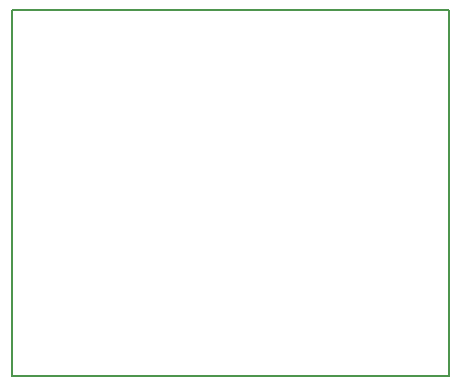
<source format=gbr>
G04 DipTrace 3.1.0.1*
G04 BoardOutline.gbr*
%MOIN*%
G04 #@! TF.FileFunction,Profile*
G04 #@! TF.Part,Single*
%ADD11C,0.006*%
%FSLAX26Y26*%
G04*
G70*
G90*
G75*
G01*
G04 BoardOutline*
%LPD*%
X393701Y393701D2*
D11*
X1850394D1*
Y1614173D1*
X393701D1*
Y393701D1*
M02*

</source>
